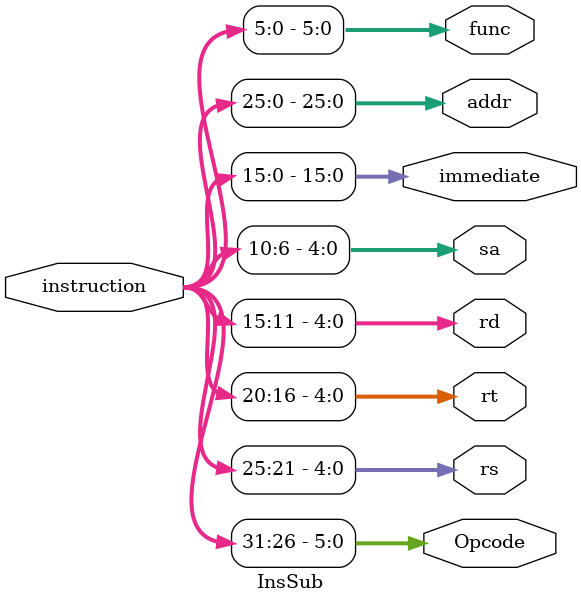
<source format=v>
`timescale 1ns / 1ps


module InsSub(
        input [31:0] instruction,
        output reg[5:0] Opcode,
        output reg[4:0] rs,
        output reg[4:0] rt, //brt
        output reg[4:0] rd,
        output reg[4:0] sa,
        output reg[15:0] immediate,
        output reg[25:0] addr,
        output reg[5:0] func
    );
    
    initial begin
        Opcode = 5'b00000;
        rs = 5'b00000;
        rt = 5'b00000;
        rd = 5'b00000;
    end
    
    always@(instruction) 
    begin
        Opcode = instruction[31:26];
        rs = instruction[25:21];
        rt = instruction[20:16];
        rd = instruction[15:11];
        sa = instruction[10:6];
        immediate = instruction[15:0];
        addr = instruction[25:0];
        func = instruction[5:0];
    end
endmodule

</source>
